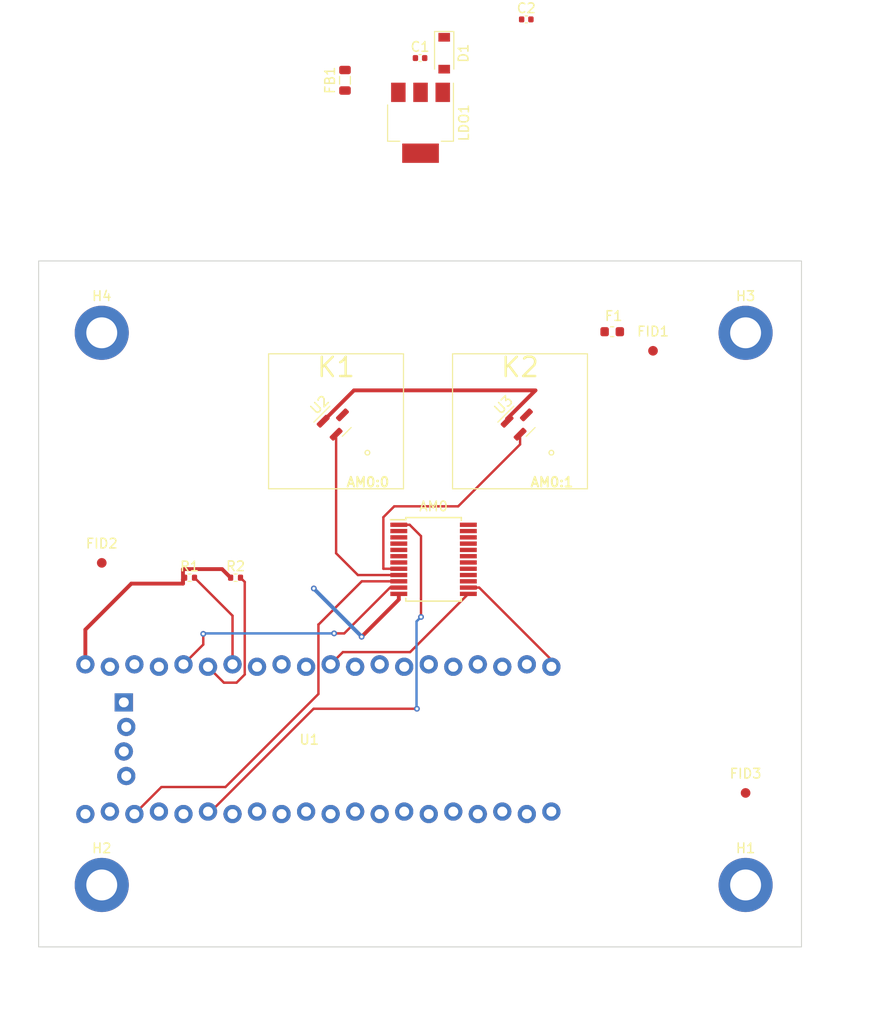
<source format=kicad_pcb>
(kicad_pcb (version 20211014) (generator pcbnew)
  (layers (0 "F.Cu" signal) (31 "B.Cu" signal) (34 "B.Paste" user) (35 "F.Paste" user) (36 "B.SilkS" user "B.Silkscreen") (37 "F.SilkS" user "F.Silkscreen") (38 "B.Mask" user) (39 "F.Mask" user) (44 "Edge.Cuts" user))
  (net 0 "")
  (net 1 "AM0")
  (net 2 "GND")
  (net 3 "AM0:1")
  (net 4 "AM0:0")
  (net 5 "SELECT0")
  (net 6 "SELECT1")
  (net 7 "SELECT3")
  (net 8 "SELECT2")
  (net 9 "+3.3VA")
  (net 10 "+3.3V_QWIIC")
  (net 11 "PB6_SCL1")
  (net 12 "PB7_SDA1")
  (net 13 "PB13_SCK2")
  (net 14 "PB14_MISO2")
  (net 15 "PB15_MOSI2")
  (net 16 "PA8_DISP_DATA")
  (net 17 "USART1_TX")
  (net 18 "USART1_RX")
  (net 19 "USB_D-")
  (net 20 "USB_D+")
  (net 21 "PB3_DISP_SCK")
  (net 22 "PB4_DISP_CS")
  (net 23 "RGBLED")
  (net 24 "FLASH_CS")
  (net 29 "NRST")
  (net 30 "AM1")
  (net 31 "AM2")
  (net 32 "AM3")
  (net 33 "AM4")
  (net 34 "PA5_SCK1")
  (net 35 "PA6_MISO1")
  (net 36 "PA7_MOSI1")
  (net 37 "PB0_ADC8")
  (net 38 "PB1_ADC9_BUZZ")
  (net 40 "PWR_SENSE")
  (net 42 "+5V")
  (net 43 "SWD_3.3V")
  (net 44 "SWDIO")
  (net 45 "SWCLK")
  (net 46 "Net-(C1-Pad1)")
  (net 47 "+3V3")
  (net 48 "Net-(D1-Pad1)")
  (net 49 "Net-(F1-Pad2)")
  (footprint "Resistor_SMD:R_0402_1005Metric" (layer "F.Cu") (at 123.395 96.78475)
    (fp_text reference "R2" (at 0.0025 -1.185) (layer "F.SilkS"))
    (fp_text value "2k2")
    (fp_line (start -0.153641 -0.38) (end 0.153641 -0.38) (layer "F.SilkS") (width 0.12))
    (fp_line (start -0.153641 0.38) (end 0.153641 0.38) (layer "F.SilkS") (width 0.12))
    (pad "1" smd roundrect (at -0.51 0) (size 0.54 0.64) (layers "F.Cu" "F.Paste" "F.Mask") (net 10 "+3.3V_QWIIC"))
    (pad "2" smd roundrect (at 0.51 0) (size 0.54 0.64) (layers "F.Cu" "F.Paste" "F.Mask") (net 12 "PB7_SDA1"))
  )
  (footprint "kicad_blackpill:BlackPill_STLINK" (layer "F.Cu") (at 131 113.5 -90)
    (fp_text reference "U1" (at 0.05 -0.025) (layer "F.SilkS"))
    (fp_text value "BlackPill_STLINK")
    (pad "1" thru_hole circle (at -7.493 -25.1 180) (size 1.8796 1.8796) (drill 1.016) (layers *.Cu *.Mask) (net 8 "SELECT2"))
    (pad "2" thru_hole circle (at -7.747 -22.56 180) (size 1.8796 1.8796) (drill 1.016) (layers *.Cu *.Mask) (net 13 "PB13_SCK2"))
    (pad "3" thru_hole circle (at -7.493 -20.02 180) (size 1.8796 1.8796) (drill 1.016) (layers *.Cu *.Mask) (net 14 "PB14_MISO2"))
    (pad "4" thru_hole circle (at -7.747 -17.48 180) (size 1.8796 1.8796) (drill 1.016) (layers *.Cu *.Mask) (net 15 "PB15_MOSI2"))
    (pad "5" thru_hole circle (at -7.493 -14.94 180) (size 1.8796 1.8796) (drill 1.016) (layers *.Cu *.Mask) (net 16 "PA8_DISP_DATA"))
    (pad "6" thru_hole circle (at -7.747 -12.4 180) (size 1.8796 1.8796) (drill 1.016) (layers *.Cu *.Mask) (net 17 "USART1_TX"))
    (pad "7" thru_hole circle (at -7.493 -9.86 180) (size 1.8796 1.8796) (drill 1.016) (layers *.Cu *.Mask) (net 18 "USART1_RX"))
    (pad "8" thru_hole circle (at -7.747 -7.32 180) (size 1.8796 1.8796) (drill 1.016) (layers *.Cu *.Mask) (net 19 "USB_D-"))
    (pad "9" thru_hole circle (at -7.493 -4.78 180) (size 1.8796 1.8796) (drill 1.016) (layers *.Cu *.Mask) (net 20 "USB_D+"))
    (pad "10" thru_hole circle (at -7.747 -2.24 180) (size 1.8796 1.8796) (drill 1.016) (layers *.Cu *.Mask) (net 7 "SELECT3"))
    (pad "11" thru_hole circle (at -7.493 0.3 180) (size 1.8796 1.8796) (drill 1.016) (layers *.Cu *.Mask) (net 21 "PB3_DISP_SCK"))
    (pad "12" thru_hole circle (at -7.747 2.84 180) (size 1.8796 1.8796) (drill 1.016) (layers *.Cu *.Mask) (net 22 "PB4_DISP_CS"))
    (pad "13" thru_hole circle (at -7.493 5.38 180) (size 1.8796 1.8796) (drill 1.016) (layers *.Cu *.Mask) (net 23 "RGBLED"))
    (pad "14" thru_hole circle (at -7.747 7.92 180) (size 1.8796 1.8796) (drill 1.016) (layers *.Cu *.Mask) (net 11 "PB6_SCL1"))
    (pad "15" thru_hole circle (at -7.493 10.46 180) (size 1.8796 1.8796) (drill 1.016) (layers *.Cu *.Mask) (net 12 "PB7_SDA1"))
    (pad "16" thru_hole circle (at -7.747 13 180) (size 1.8796 1.8796) (drill 1.016) (layers *.Cu *.Mask) (net 6 "SELECT1"))
    (pad "17" thru_hole circle (at -7.493 15.54 180) (size 1.8796 1.8796) (drill 1.016) (layers *.Cu *.Mask) (net 24 "FLASH_CS"))
    (pad "18" thru_hole circle (at -7.747 18.08 180) (size 1.8796 1.8796) (drill 1.016) (layers *.Cu *.Mask))
    (pad "19" thru_hole circle (at -7.493 20.62 180) (size 1.8796 1.8796) (drill 1.016) (layers *.Cu *.Mask) (net 2 "GND"))
    (pad "20" thru_hole circle (at -7.747 23.16 180) (size 1.8796 1.8796) (drill 1.016) (layers *.Cu *.Mask) (net 10 "+3.3V_QWIIC"))
    (pad "21" thru_hole circle (at 7.747 23.16) (size 1.8796 1.8796) (drill 1.016) (layers *.Cu *.Mask))
    (pad "22" thru_hole circle (at 7.493 20.62) (size 1.8796 1.8796) (drill 1.016) (layers *.Cu *.Mask))
    (pad "23" thru_hole circle (at 7.747 18.08) (size 1.8796 1.8796) (drill 1.016) (layers *.Cu *.Mask) (net 5 "SELECT0"))
    (pad "24" thru_hole circle (at 7.493 15.54) (size 1.8796 1.8796) (drill 1.016) (layers *.Cu *.Mask))
    (pad "25" thru_hole circle (at 7.747 13) (size 1.8796 1.8796) (drill 1.016) (layers *.Cu *.Mask) (net 29 "NRST"))
    (pad "26" thru_hole circle (at 7.493 10.46) (size 1.8796 1.8796) (drill 1.016) (layers *.Cu *.Mask) (net 1 "AM0"))
    (pad "27" thru_hole circle (at 7.747 7.92) (size 1.8796 1.8796) (drill 1.016) (layers *.Cu *.Mask) (net 30 "AM1"))
    (pad "28" thru_hole circle (at 7.493 5.38) (size 1.8796 1.8796) (drill 1.016) (layers *.Cu *.Mask) (net 31 "AM2"))
    (pad "29" thru_hole circle (at 7.747 2.84) (size 1.8796 1.8796) (drill 1.016) (layers *.Cu *.Mask) (net 32 "AM3"))
    (pad "30" thru_hole circle (at 7.493 0.3) (size 1.8796 1.8796) (drill 1.016) (layers *.Cu *.Mask) (net 33 "AM4"))
    (pad "31" thru_hole circle (at 7.747 -2.24) (size 1.8796 1.8796) (drill 1.016) (layers *.Cu *.Mask) (net 34 "PA5_SCK1"))
    (pad "32" thru_hole circle (at 7.493 -4.78) (size 1.8796 1.8796) (drill 1.016) (layers *.Cu *.Mask) (net 35 "PA6_MISO1"))
    (pad "33" thru_hole circle (at 7.747 -7.32) (size 1.8796 1.8796) (drill 1.016) (layers *.Cu *.Mask) (net 36 "PA7_MOSI1"))
    (pad "34" thru_hole circle (at 7.493 -9.86) (size 1.8796 1.8796) (drill 1.016) (layers *.Cu *.Mask) (net 37 "PB0_ADC8"))
    (pad "35" thru_hole circle (at 7.747 -12.4) (size 1.8796 1.8796) (drill 1.016) (layers *.Cu *.Mask) (net 38 "PB1_ADC9_BUZZ"))
    (pad "36" thru_hole circle (at 7.493 -14.94) (size 1.8796 1.8796) (drill 1.016) (layers *.Cu *.Mask))
    (pad "37" thru_hole circle (at 7.747 -17.48) (size 1.8796 1.8796) (drill 1.016) (layers *.Cu *.Mask) (net 40 "PWR_SENSE"))
    (pad "38" thru_hole circle (at 7.493 -20.02) (size 1.8796 1.8796) (drill 1.016) (layers *.Cu *.Mask))
    (pad "39" thru_hole circle (at 7.747 -22.56) (size 1.8796 1.8796) (drill 1.016) (layers *.Cu *.Mask) (net 2 "GND"))
    (pad "40" thru_hole circle (at 7.493 -25.1) (size 1.8796 1.8796) (drill 1.016) (layers *.Cu *.Mask) (net 42 "+5V"))
    (pad "41" thru_hole rect (at -3.81 19.177) (size 1.8796 1.8796) (drill 1.016) (layers *.Cu *.Mask) (net 43 "SWD_3.3V"))
    (pad "42" thru_hole circle (at -1.27 18.923) (size 1.8796 1.8796) (drill 1.016) (layers *.Cu *.Mask) (net 44 "SWDIO"))
    (pad "43" thru_hole circle (at 1.27 19.177) (size 1.8796 1.8796) (drill 1.016) (layers *.Cu *.Mask) (net 45 "SWCLK"))
    (pad "44" thru_hole circle (at 3.81 18.923) (size 1.8796 1.8796) (drill 1.016) (layers *.Cu *.Mask) (net 2 "GND"))
  )
  (footprint "MountingHole:MountingHole_3.2mm_M3_DIN965_Pad" (layer "F.Cu") (at 109.5375 128.5875)
    (fp_text reference "H2" (at 0 -3.8) (layer "F.SilkS"))
    (fp_text value "MountingHole")
    (pad "1" thru_hole circle (at 0 0) (size 5.6 5.6) (drill 3.2) (layers *.Cu *.Mask))
  )
  (footprint "Capacitor_SMD:C_0402_1005Metric" (layer "F.Cu") (at 142.5 43)
    (fp_text reference "C1" (at 0 -1.16) (layer "F.SilkS"))
    (fp_text value "10u")
    (fp_line (start -0.107836 0.36) (end 0.107836 0.36) (layer "F.SilkS") (width 0.12))
    (fp_line (start -0.107836 -0.36) (end 0.107836 -0.36) (layer "F.SilkS") (width 0.12))
    (pad "1" smd roundrect (at -0.48 0) (size 0.56 0.62) (layers "F.Cu" "F.Paste" "F.Mask") (net 46 "Net-(C1-Pad1)"))
    (pad "2" smd roundrect (at 0.48 0) (size 0.56 0.62) (layers "F.Cu" "F.Paste" "F.Mask") (net 2 "GND"))
  )
  (footprint "Fiducial:Fiducial_1mm_Mask2mm" (layer "F.Cu") (at 176.2125 119.0625)
    (fp_text reference "FID3" (at 0 -2) (layer "F.SilkS"))
    (fp_text value "Fiducial")
    (pad "" smd circle (at 0 0) (size 1 1) (layers "F.Cu" "F.Mask") (clearance 0.5))
  )
  (footprint "Resistor_SMD:R_0402_1005Metric" (layer "F.Cu") (at 118.6325 96.78475)
    (fp_text reference "R1" (at 0 -1.17) (layer "F.SilkS"))
    (fp_text value "2k2")
    (fp_line (start -0.153641 -0.38) (end 0.153641 -0.38) (layer "F.SilkS") (width 0.12))
    (fp_line (start -0.153641 0.38) (end 0.153641 0.38) (layer "F.SilkS") (width 0.12))
    (pad "1" smd roundrect (at -0.51 0) (size 0.54 0.64) (layers "F.Cu" "F.Paste" "F.Mask") (net 10 "+3.3V_QWIIC"))
    (pad "2" smd roundrect (at 0.51 0) (size 0.54 0.64) (layers "F.Cu" "F.Paste" "F.Mask") (net 11 "PB6_SCL1"))
  )
  (footprint "voidswitch:VoidSwitch_1u_SMD" (layer "F.Cu") (at 152.85 80.59725)
    (fp_text reference "AM0:1" (at 3.3 6.3) (layer "F.SilkS") (effects (font (thickness 0.2))))
    (fp_text value "K2")
    (fp_text user "${VALUE}" (at 0 -5.6) (layer "F.SilkS") (effects (font (size 2 2) (thickness 0.25))))
    (fp_line (start 6.985 -6.985) (end 6.985 6.985) (layer "F.SilkS") (width 0.12))
    (fp_line (start 6.985 6.985) (end -6.985 6.985) (layer "F.SilkS") (width 0.12))
    (fp_line (start -6.985 6.985) (end -6.985 -6.985) (layer "F.SilkS") (width 0.12))
    (fp_line (start -6.985 -6.985) (end 6.985 -6.985) (layer "F.SilkS") (width 0.12))
    (fp_circle (center 3.25 3.25) (end 3.493778 3.25) (layer "F.SilkS") (width 0.125) (fill none))
  )
  (footprint "Inductor_SMD:L_0805_2012Metric" (layer "F.Cu") (at 134.725 45.3 90)
    (fp_text reference "FB1" (at 0 -1.55 90) (layer "F.SilkS"))
    (fp_text value "100 @ 100 MHz")
    (fp_line (start -0.399622 0.56) (end 0.399622 0.56) (layer "F.SilkS") (width 0.12))
    (fp_line (start -0.399622 -0.56) (end 0.399622 -0.56) (layer "F.SilkS") (width 0.12))
    (pad "1" smd roundrect (at -1.0625 0 90) (size 0.875 1.2) (layers "F.Cu" "F.Paste" "F.Mask") (net 46 "Net-(C1-Pad1)"))
    (pad "2" smd roundrect (at 1.0625 0 90) (size 0.875 1.2) (layers "F.Cu" "F.Paste" "F.Mask") (net 49 "Net-(F1-Pad2)"))
  )
  (footprint "MountingHole:MountingHole_3.2mm_M3_DIN965_Pad" (layer "F.Cu") (at 176.2125 128.5875)
    (fp_text reference "H1" (at 0 -3.8) (layer "F.SilkS"))
    (fp_text value "MountingHole")
    (pad "1" thru_hole circle (at 0 0) (size 5.6 5.6) (drill 3.2) (layers *.Cu *.Mask))
  )
  (footprint "Diode_SMD:D_SOD-123" (layer "F.Cu") (at 145 42.5 -90)
    (fp_text reference "D1" (at 0 -2 90) (layer "F.SilkS"))
    (fp_text value "B5819W")
    (fp_line (start -2.25 -1) (end 1.65 -1) (layer "F.SilkS") (width 0.12))
    (fp_line (start -2.25 -1) (end -2.25 1) (layer "F.SilkS") (width 0.12))
    (fp_line (start -2.25 1) (end 1.65 1) (layer "F.SilkS") (width 0.12))
    (pad "1" smd rect (at -1.65 0 270) (size 0.9 1.2) (layers "F.Cu" "F.Paste" "F.Mask") (net 48 "Net-(D1-Pad1)"))
    (pad "2" smd rect (at 1.65 0 270) (size 0.9 1.2) (layers "F.Cu" "F.Paste" "F.Mask") (net 42 "+5V"))
  )
  (footprint "Package_TO_SOT_SMD:SOT-23" (layer "F.Cu") (at 152.85 80.59725 45)
    (fp_text reference "U3" (at 0 -2.4 45) (layer "F.SilkS"))
    (fp_text value "Hall_Sensor")
    (fp_line (start 0 -1.56) (end 0.65 -1.56) (layer "F.SilkS") (width 0.12))
    (fp_line (start 0 1.56) (end 0.65 1.56) (layer "F.SilkS") (width 0.12))
    (fp_line (start 0 1.56) (end -0.65 1.56) (layer "F.SilkS") (width 0.12))
    (fp_line (start 0 -1.56) (end -1.675 -1.56) (layer "F.SilkS") (width 0.12))
    (pad "1" smd roundrect (at -0.9375 -0.95 45) (size 1.475 0.6) (layers "F.Cu" "F.Paste" "F.Mask") (net 9 "+3.3VA"))
    (pad "2" smd roundrect (at -0.9375 0.95 45) (size 1.475 0.6) (layers "F.Cu" "F.Paste" "F.Mask") (net 3 "AM0:1"))
    (pad "3" smd roundrect (at 0.9375 0 45) (size 1.475 0.6) (layers "F.Cu" "F.Paste" "F.Mask") (net 2 "GND"))
  )
  (footprint "MountingHole:MountingHole_3.2mm_M3_DIN965_Pad" (layer "F.Cu") (at 176.2125 71.4375)
    (fp_text reference "H3" (at 0 -3.8) (layer "F.SilkS"))
    (fp_text value "MountingHole")
    (pad "1" thru_hole circle (at 0 0) (size 5.6 5.6) (drill 3.2) (layers *.Cu *.Mask))
  )
  (footprint "kicad_blackpill:BlackPill_STLINK" (layer "F.Cu") (at 131 113.5 -90)
    (fp_text reference "U1" (at 0.05 -0.025) (layer "F.SilkS"))
    (fp_text value "BlackPill_STLINK")
    (pad "1" thru_hole circle (at -7.493 -25.1 180) (size 1.8796 1.8796) (drill 1.016) (layers *.Cu *.Mask) (net 8 "SELECT2"))
    (pad "2" thru_hole circle (at -7.747 -22.56 180) (size 1.8796 1.8796) (drill 1.016) (layers *.Cu *.Mask) (net 13 "PB13_SCK2"))
    (pad "3" thru_hole circle (at -7.493 -20.02 180) (size 1.8796 1.8796) (drill 1.016) (layers *.Cu *.Mask) (net 14 "PB14_MISO2"))
    (pad "4" thru_hole circle (at -7.747 -17.48 180) (size 1.8796 1.8796) (drill 1.016) (layers *.Cu *.Mask) (net 15 "PB15_MOSI2"))
    (pad "5" thru_hole circle (at -7.493 -14.94 180) (size 1.8796 1.8796) (drill 1.016) (layers *.Cu *.Mask) (net 16 "PA8_DISP_DATA"))
    (pad "6" thru_hole circle (at -7.747 -12.4 180) (size 1.8796 1.8796) (drill 1.016) (layers *.Cu *.Mask) (net 17 "USART1_TX"))
    (pad "7" thru_hole circle (at -7.493 -9.86 180) (size 1.8796 1.8796) (drill 1.016) (layers *.Cu *.Mask) (net 18 "USART1_RX"))
    (pad "8" thru_hole circle (at -7.747 -7.32 180) (size 1.8796 1.8796) (drill 1.016) (layers *.Cu *.Mask) (net 19 "USB_D-"))
    (pad "9" thru_hole circle (at -7.493 -4.78 180) (size 1.8796 1.8796) (drill 1.016) (layers *.Cu *.Mask) (net 20 "USB_D+"))
    (pad "10" thru_hole circle (at -7.747 -2.24 180) (size 1.8796 1.8796) (drill 1.016) (layers *.Cu *.Mask) (net 7 "SELECT3"))
    (pad "11" thru_hole circle (at -7.493 0.3 180) (size 1.8796 1.8796) (drill 1.016) (layers *.Cu *.Mask) (net 21 "PB3_DISP_SCK"))
    (pad "12" thru_hole circle (at -7.747 2.84 180) (size 1.8796 1.8796) (drill 1.016) (layers *.Cu *.Mask) (net 22 "PB4_DISP_CS"))
    (pad "13" thru_hole circle (at -7.493 5.38 180) (size 1.8796 1.8796) (drill 1.016) (layers *.Cu *.Mask) (net 23 "RGBLED"))
    (pad "14" thru_hole circle (at -7.747 7.92 180) (size 1.8796 1.8796) (drill 1.016) (layers *.Cu *.Mask) (net 11 "PB6_SCL1"))
    (pad "15" thru_hole circle (at -7.493 10.46 180) (size 1.8796 1.8796) (drill 1.016) (layers *.Cu *.Mask) (net 12 "PB7_SDA1"))
    (pad "16" thru_hole circle (at -7.747 13 180) (size 1.8796 1.8796) (drill 1.016) (layers *.Cu *.Mask) (net 6 "SELECT1"))
    (pad "17" thru_hole circle (at -7.493 15.54 180) (size 1.8796 1.8796) (drill 1.016) (layers *.Cu *.Mask) (net 24 "FLASH_CS"))
    (pad "18" thru_hole circle (at -7.747 18.08 180) (size 1.8796 1.8796) (drill 1.016) (layers *.Cu *.Mask))
    (pad "19" thru_hole circle (at -7.493 20.62 180) (size 1.8796 1.8796) (drill 1.016) (layers *.Cu *.Mask) (net 2 "GND"))
    (pad "20" thru_hole circle (at -7.747 23.16 180) (size 1.8796 1.8796) (drill 1.016) (layers *.Cu *.Mask) (net 10 "+3.3V_QWIIC"))
    (pad "21" thru_hole circle (at 7.747 23.16) (size 1.8796 1.8796) (drill 1.016) (layers *.Cu *.Mask))
    (pad "22" thru_hole circle (at 7.493 20.62) (size 1.8796 1.8796) (drill 1.016) (layers *.Cu *.Mask))
    (pad "23" thru_hole circle (at 7.747 18.08) (size 1.8796 1.8796) (drill 1.016) (layers *.Cu *.Mask) (net 5 "SELECT0"))
    (pad "24" thru_hole circle (at 7.493 15.54) (size 1.8796 1.8796) (drill 1.016) (layers *.Cu *.Mask))
    (pad "25" thru_hole circle (at 7.747 13) (size 1.8796 1.8796) (drill 1.016) (layers *.Cu *.Mask) (net 29 "NRST"))
    (pad "26" thru_hole circle (at 7.493 10.46) (size 1.8796 1.8796) (drill 1.016) (layers *.Cu *.Mask) (net 1 "AM0"))
    (pad "27" thru_hole circle (at 7.747 7.92) (size 1.8796 1.8796) (drill 1.016) (layers *.Cu *.Mask) (net 30 "AM1"))
    (pad "28" thru_hole circle (at 7.493 5.38) (size 1.8796 1.8796) (drill 1.016) (layers *.Cu *.Mask) (net 31 "AM2"))
    (pad "29" thru_hole circle (at 7.747 2.84) (size 1.8796 1.8796) (drill 1.016) (layers *.Cu *.Mask) (net 32 "AM3"))
    (pad "30" thru_hole circle (at 7.493 0.3) (size 1.8796 1.8796) (drill 1.016) (layers *.Cu *.Mask) (net 33 "AM4"))
    (pad "31" thru_hole circle (at 7.747 -2.24) (size 1.8796 1.8796) (drill 1.016) (layers *.Cu *.Mask) (net 34 "PA5_SCK1"))
    (pad "32" thru_hole circle (at 7.493 -4.78) (size 1.8796 1.8796) (drill 1.016) (layers *.Cu *.Mask) (net 35 "PA6_MISO1"))
    (pad "33" thru_hole circle (at 7.747 -7.32) (size 1.8796 1.8796) (drill 1.016) (layers *.Cu *.Mask) (net 36 "PA7_MOSI1"))
    (pad "34" thru_hole circle (at 7.493 -9.86) (size 1.8796 1.8796) (drill 1.016) (layers *.Cu *.Mask) (net 37 "PB0_ADC8"))
    (pad "35" thru_hole circle (at 7.747 -12.4) (size 1.8796 1.8796) (drill 1.016) (layers *.Cu *.Mask) (net 38 "PB1_ADC9_BUZZ"))
    (pad "36" thru_hole circle (at 7.493 -14.94) (size 1.8796 1.8796) (drill 1.016) (layers *.Cu *.Mask))
    (pad "37" thru_hole circle (at 7.747 -17.48) (size 1.8796 1.8796) (drill 1.016) (layers *.Cu *.Mask) (net 40 "PWR_SENSE"))
    (pad "38" thru_hole circle (at 7.493 -20.02) (size 1.8796 1.8796) (drill 1.016) (layers *.Cu *.Mask))
    (pad "39" thru_hole circle (at 7.747 -22.56) (size 1.8796 1.8796) (drill 1.016) (layers *.Cu *.Mask) (net 2 "GND"))
    (pad "40" thru_hole circle (at 7.493 -25.1) (size 1.8796 1.8796) (drill 1.016) (layers *.Cu *.Mask) (net 42 "+5V"))
    (pad "41" thru_hole rect (at -3.81 19.177) (size 1.8796 1.8796) (drill 1.016) (layers *.Cu *.Mask) (net 43 "SWD_3.3V"))
    (pad "42" thru_hole circle (at -1.27 18.923) (size 1.8796 1.8796) (drill 1.016) (layers *.Cu *.Mask) (net 44 "SWDIO"))
    (pad "43" thru_hole circle (at 1.27 19.177) (size 1.8796 1.8796) (drill 1.016) (layers *.Cu *.Mask) (net 45 "SWCLK"))
    (pad "44" thru_hole circle (at 3.81 18.923) (size 1.8796 1.8796) (drill 1.016) (layers *.Cu *.Mask) (net 2 "GND"))
  )
  (footprint "Package_SO:SSOP-24_5.3x8.2mm_P0.65mm" (layer "F.Cu") (at 143.9 94.88475)
    (fp_text reference "AM0" (at 0 -5.4875) (layer "F.SilkS"))
    (fp_text value "CD74HC4067SM")
    (fp_line (start -2.875 4.325) (end -2.875 4.025) (layer "F.SilkS") (width 0.15))
    (fp_line (start -2.875 -4.1) (end -4.475 -4.1) (layer "F.SilkS") (width 0.15))
    (fp_line (start 2.875 4.325) (end 2.875 4.025) (layer "F.SilkS") (width 0.15))
    (fp_line (start -2.875 4.325) (end 2.875 4.325) (layer "F.SilkS") (width 0.15))
    (fp_line (start 2.875 -4.325) (end 2.875 -4.025) (layer "F.SilkS") (width 0.15))
    (fp_line (start -2.875 -4.325) (end -2.875 -4.1) (layer "F.SilkS") (width 0.15))
    (fp_line (start -2.875 -4.325) (end 2.875 -4.325) (layer "F.SilkS") (width 0.15))
    (pad "1" smd rect (at -3.6 -3.575) (size 1.75 0.45) (layers "F.Cu" "F.Paste" "F.Mask") (net 1 "AM0"))
    (pad "2" smd rect (at -3.6 -2.925) (size 1.75 0.45) (layers "F.Cu" "F.Paste" "F.Mask") (net 2 "GND"))
    (pad "3" smd rect (at -3.6 -2.275) (size 1.75 0.45) (layers "F.Cu" "F.Paste" "F.Mask") (net 2 "GND"))
    (pad "4" smd rect (at -3.6 -1.625) (size 1.75 0.45) (layers "F.Cu" "F.Paste" "F.Mask") (net 2 "GND"))
    (pad "5" smd rect (at -3.6 -0.975) (size 1.75 0.45) (layers "F.Cu" "F.Paste" "F.Mask") (net 2 "GND"))
    (pad "6" smd rect (at -3.6 -0.325) (size 1.75 0.45) (layers "F.Cu" "F.Paste" "F.Mask") (net 2 "GND"))
    (pad "7" smd rect (at -3.6 0.325) (size 1.75 0.45) (layers "F.Cu" "F.Paste" "F.Mask") (net 2 "GND"))
    (pad "8" smd rect (at -3.6 0.975) (size 1.75 0.45) (layers "F.Cu" "F.Paste" "F.Mask") (net 3 "AM0:1"))
    (pad "9" smd rect (at -3.6 1.625) (size 1.75 0.45) (layers "F.Cu" "F.Paste" "F.Mask") (net 4 "AM0:0"))
    (pad "10" smd rect (at -3.6 2.275) (size 1.75 0.45) (layers "F.Cu" "F.Paste" "F.Mask") (net 5 "SELECT0"))
    (pad "11" smd rect (at -3.6 2.925) (size 1.75 0.45) (layers "F.Cu" "F.Paste" "F.Mask") (net 6 "SELECT1"))
    (pad "12" smd rect (at -3.6 3.575) (size 1.75 0.45) (layers "F.Cu" "F.Paste" "F.Mask") (net 2 "GND"))
    (pad "13" smd rect (at 3.6 3.575) (size 1.75 0.45) (layers "F.Cu" "F.Paste" "F.Mask") (net 7 "SELECT3"))
    (pad "14" smd rect (at 3.6 2.925) (size 1.75 0.45) (layers "F.Cu" "F.Paste" "F.Mask") (net 8 "SELECT2"))
    (pad "15" smd rect (at 3.6 2.275) (size 1.75 0.45) (layers "F.Cu" "F.Paste" "F.Mask") (net 2 "GND"))
    (pad "16" smd rect (at 3.6 1.625) (size 1.75 0.45) (layers "F.Cu" "F.Paste" "F.Mask") (net 2 "GND"))
    (pad "17" smd rect (at 3.6 0.975) (size 1.75 0.45) (layers "F.Cu" "F.Paste" "F.Mask") (net 2 "GND"))
    (pad "18" smd rect (at 3.6 0.325) (size 1.75 0.45) (layers "F.Cu" "F.Paste" "F.Mask") (net 2 "GND"))
    (pad "19" smd rect (at 3.6 -0.325) (size 1.75 0.45) (layers "F.Cu" "F.Paste" "F.Mask") (net 2 "GND"))
    (pad "20" smd rect (at 3.6 -0.975) (size 1.75 0.45) (layers "F.Cu" "F.Paste" "F.Mask") (net 2 "GND"))
    (pad "21" smd rect (at 3.6 -1.625) (size 1.75 0.45) (layers "F.Cu" "F.Paste" "F.Mask") (net 2 "GND"))
    (pad "22" smd rect (at 3.6 -2.275) (size 1.75 0.45) (layers "F.Cu" "F.Paste" "F.Mask") (net 2 "GND"))
    (pad "23" smd rect (at 3.6 -2.925) (size 1.75 0.45) (layers "F.Cu" "F.Paste" "F.Mask") (net 2 "GND"))
    (pad "24" smd rect (at 3.6 -3.575) (size 1.75 0.45) (layers "F.Cu" "F.Paste" "F.Mask") (net 9 "+3.3VA"))
  )
  (footprint "Fiducial:Fiducial_1mm_Mask2mm" (layer "F.Cu") (at 109.5375 95.25)
    (fp_text reference "FID2" (at 0 -2) (layer "F.SilkS"))
    (fp_text value "Fiducial")
    (pad "" smd circle (at 0 0) (size 1 1) (layers "F.Cu" "F.Mask") (clearance 0.5))
  )
  (footprint "Capacitor_SMD:C_0402_1005Metric" (layer "F.Cu") (at 153.5 39)
    (fp_text reference "C2" (at 0 -1.16) (layer "F.SilkS"))
    (fp_text value "10u")
    (fp_line (start -0.107836 -0.36) (end 0.107836 -0.36) (layer "F.SilkS") (width 0.12))
    (fp_line (start -0.107836 0.36) (end 0.107836 0.36) (layer "F.SilkS") (width 0.12))
    (pad "1" smd roundrect (at -0.48 0) (size 0.56 0.62) (layers "F.Cu" "F.Paste" "F.Mask") (net 47 "+3V3"))
    (pad "2" smd roundrect (at 0.48 0) (size 0.56 0.62) (layers "F.Cu" "F.Paste" "F.Mask") (net 2 "GND"))
  )
  (footprint "MountingHole:MountingHole_3.2mm_M3_DIN965_Pad" (layer "F.Cu") (at 109.5375 71.4375)
    (fp_text reference "H4" (at 0 -3.8) (layer "F.SilkS"))
    (fp_text value "MountingHole")
    (pad "1" thru_hole circle (at 0 0) (size 5.6 5.6) (drill 3.2) (layers *.Cu *.Mask))
  )
  (footprint "Fiducial:Fiducial_1mm_Mask2mm" (layer "F.Cu") (at 166.625 73.3)
    (fp_text reference "FID1" (at 0 -2) (layer "F.SilkS"))
    (fp_text value "Fiducial")
    (pad "" smd circle (at 0 0) (size 1 1) (layers "F.Cu" "F.Mask") (clearance 0.5))
  )
  (footprint "Package_TO_SOT_SMD:SOT-223-3_TabPin2" (layer "F.Cu") (at 142.55 49.7 -90)
    (fp_text reference "LDO1" (at 0 -4.5 90) (layer "F.SilkS"))
    (fp_text value "AMS1117-3.3")
    (fp_line (start 1.91 3.41) (end 1.91 2.15) (layer "F.SilkS") (width 0.12))
    (fp_line (start -4.1 -3.41) (end 1.91 -3.41) (layer "F.SilkS") (width 0.12))
    (fp_line (start -1.85 3.41) (end 1.91 3.41) (layer "F.SilkS") (width 0.12))
    (fp_line (start 1.91 -3.41) (end 1.91 -2.15) (layer "F.SilkS") (width 0.12))
    (pad "1" smd rect (at -3.15 -2.3 270) (size 2 1.5) (layers "F.Cu" "F.Paste" "F.Mask") (net 2 "GND"))
    (pad "2" smd rect (at 3.15 0 270) (size 2 3.8) (layers "F.Cu" "F.Paste" "F.Mask") (net 47 "+3V3"))
    (pad "2" smd rect (at -3.15 0 270) (size 2 1.5) (layers "F.Cu" "F.Paste" "F.Mask") (net 47 "+3V3"))
    (pad "3" smd rect (at -3.15 2.3 270) (size 2 1.5) (layers "F.Cu" "F.Paste" "F.Mask") (net 46 "Net-(C1-Pad1)"))
  )
  (footprint "voidswitch:VoidSwitch_1u_SMD" (layer "F.Cu") (at 133.8 80.59725)
    (fp_text reference "AM0:0" (at 3.3 6.3) (layer "F.SilkS") (effects (font (thickness 0.2))))
    (fp_text value "K1")
    (fp_text user "${VALUE}" (at 0 -5.6) (layer "F.SilkS") (effects (font (size 2 2) (thickness 0.25))))
    (fp_line (start 6.985 6.985) (end -6.985 6.985) (layer "F.SilkS") (width 0.12))
    (fp_line (start -6.985 6.985) (end -6.985 -6.985) (layer "F.SilkS") (width 0.12))
    (fp_line (start 6.985 -6.985) (end 6.985 6.985) (layer "F.SilkS") (width 0.12))
    (fp_line (start -6.985 -6.985) (end 6.985 -6.985) (layer "F.SilkS") (width 0.12))
    (fp_circle (center 3.25 3.25) (end 3.493778 3.25) (layer "F.SilkS") (width 0.125) (fill none))
  )
  (footprint "Fuse:Fuse_0603_1608Metric" (layer "F.Cu") (at 162.4 71.325)
    (fp_text reference "F1" (at 0.15 -1.625) (layer "F.SilkS"))
    (fp_text value "500mA")
    (fp_line (start -0.162779 0.51) (end 0.162779 0.51) (layer "F.SilkS") (width 0.12))
    (fp_line (start -0.162779 -0.51) (end 0.162779 -0.51) (layer "F.SilkS") (width 0.12))
    (pad "1" smd roundrect (at -0.7875 0) (size 0.875 0.95) (layers "F.Cu" "F.Paste" "F.Mask") (net 48 "Net-(D1-Pad1)"))
    (pad "2" smd roundrect (at 0.7875 0) (size 0.875 0.95) (layers "F.Cu" "F.Paste" "F.Mask") (net 49 "Net-(F1-Pad2)"))
  )
  (footprint "Package_TO_SOT_SMD:SOT-23" (layer "F.Cu") (at 133.8 80.59725 45)
    (fp_text reference "U2" (at 0 -2.4 45) (layer "F.SilkS"))
    (fp_text value "Hall_Sensor")
    (fp_line (start 0 -1.56) (end 0.65 -1.56) (layer "F.SilkS") (width 0.12))
    (fp_line (start 0 1.56) (end 0.65 1.56) (layer "F.SilkS") (width 0.12))
    (fp_line (start 0 -1.56) (end -1.675 -1.56) (layer "F.SilkS") (width 0.12))
    (fp_line (start 0 1.56) (end -0.65 1.56) (layer "F.SilkS") (width 0.12))
    (pad "1" smd roundrect (at -0.9375 -0.95 45) (size 1.475 0.6) (layers "F.Cu" "F.Paste" "F.Mask") (net 9 "+3.3VA"))
    (pad "2" smd roundrect (at -0.9375 0.95 45) (size 1.475 0.6) (layers "F.Cu" "F.Paste" "F.Mask") (net 4 "AM0:0"))
    (pad "3" smd roundrect (at 0.9375 0 45) (size 1.475 0.6) (layers "F.Cu" "F.Paste" "F.Mask") (net 2 "GND"))
  )
  (gr_rect (start 182 64) (end 103 135) (layer "Edge.Cuts") (width 0.1) (fill none))
  (segment (start 142.6 92.48475) (end 142.6 98.925) (width 0.25) (layer "F.Cu") (net 1))
  (segment (start 141.425 91.30975) (end 142.6 92.48475) (width 0.25) (layer "F.Cu") (net 1))
  (segment (start 120.832 120.993) (end 120.54 120.993) (width 0.25) (layer "F.Cu") (net 1))
  (segment (start 142.6 98.925) (end 142.6 100.85) (width 0.25) (layer "F.Cu") (net 1))
  (segment (start 131.475 110.35) (end 120.832 120.993) (width 0.25) (layer "F.Cu") (net 1))
  (segment (start 140.3 91.30975) (end 141.425 91.30975) (width 0.25) (layer "F.Cu") (net 1))
  (segment (start 142.175 110.35) (end 131.475 110.35) (width 0.25) (layer "F.Cu") (net 1))
  (via (at 142.6 100.85) (size 0.6) (drill 0.3) (layers "F.Cu" "B.Cu") (net 1))
  (via (at 142.175 110.35) (size 0.6) (drill 0.3) (layers "F.Cu" "B.Cu") (net 1))
  (segment (start 142.1352 110.3102) (end 142.175 110.35) (width 0.25) (layer "B.Cu") (net 1))
  (segment (start 142.6 100.85) (end 142.1352 101.3148) (width 0.25) (layer "B.Cu") (net 1))
  (segment (start 142.1352 101.3148) (end 142.1352 110.3102) (width 0.25) (layer "B.Cu") (net 1))
  (segment (start 140.3 99.04725) (end 136.45 102.89725) (width 0.4) (layer "F.Cu") (net 2))
  (segment (start 140.3 98.45975) (end 140.3 99.04725) (width 0.4) (layer "F.Cu") (net 2))
  (via (at 136.45 102.89725) (size 0.6) (drill 0.3) (layers "F.Cu" "B.Cu") (net 2))
  (via (at 131.5 97.9) (size 0.6) (drill 0.3) (layers "F.Cu" "B.Cu") (net 2))
  (segment (start 131.5 97.925) (end 136.45 102.875) (width 0.4) (layer "B.Cu") (net 2))
  (segment (start 136.45 102.875) (end 136.45 102.89725) (width 0.4) (layer "B.Cu") (net 2))
  (segment (start 131.5 97.9) (end 131.5 97.925) (width 0.4) (layer "B.Cu") (net 2))
  (segment (start 138.7 90.525) (end 139.82775 89.39725) (width 0.25) (layer "F.Cu") (net 3))
  (segment (start 138.7 95.85975) (end 138.7 90.525) (width 0.25) (layer "F.Cu") (net 3))
  (segment (start 152.858839 82.988411) (end 152.858839 81.931914) (width 0.25) (layer "F.Cu") (net 3))
  (segment (start 139.82775 89.39725) (end 146.45 89.39725) (width 0.25) (layer "F.Cu") (net 3))
  (segment (start 146.45 89.39725) (end 152.858839 82.988411) (width 0.25) (layer "F.Cu") (net 3))
  (segment (start 140.3 95.85975) (end 138.7 95.85975) (width 0.25) (layer "F.Cu") (net 3))
  (segment (start 136.0625 96.50975) (end 133.808839 94.256089) (width 0.25) (layer "F.Cu") (net 4))
  (segment (start 133.808839 94.256089) (end 133.808839 81.931914) (width 0.25) (layer "F.Cu") (net 4))
  (segment (start 140.3 96.50975) (end 136.0625 96.50975) (width 0.25) (layer "F.Cu") (net 4))
  (segment (start 140.3 97.15975) (end 136.46525 97.15975) (width 0.25) (layer "F.Cu") (net 5))
  (segment (start 131.9752 101.6248) (end 131.9752 108.8248) (width 0.25) (layer "F.Cu") (net 5))
  (segment (start 131.9752 108.8248) (end 122.35 118.45) (width 0.25) (layer "F.Cu") (net 5))
  (segment (start 115.717 118.45) (end 112.92 121.247) (width 0.25) (layer "F.Cu") (net 5))
  (segment (start 132.0002 101.6248) (end 131.9752 101.6248) (width 0.25) (layer "F.Cu") (net 5))
  (segment (start 136.46525 97.15975) (end 132.0002 101.6248) (width 0.25) (layer "F.Cu") (net 5))
  (segment (start 122.35 118.45) (end 115.717 118.45) (width 0.25) (layer "F.Cu") (net 5))
  (segment (start 133.6 102.55) (end 134.65 102.55) (width 0.25) (layer "F.Cu") (net 6))
  (segment (start 120.05 103.703) (end 118 105.753) (width 0.25) (layer "F.Cu") (net 6))
  (segment (start 139.39025 97.80975) (end 140.3 97.80975) (width 0.25) (layer "F.Cu") (net 6))
  (segment (start 134.65 102.55) (end 139.39025 97.80975) (width 0.25) (layer "F.Cu") (net 6))
  (segment (start 120.05 102.6) (end 120.05 103.703) (width 0.25) (layer "F.Cu") (net 6))
  (via (at 133.6 102.55) (size 0.6) (drill 0.3) (layers "F.Cu" "B.Cu") (net 6))
  (via (at 120.05 102.6) (size 0.6) (drill 0.3) (layers "F.Cu" "B.Cu") (net 6))
  (segment (start 120.1 102.55) (end 120.05 102.6) (width 0.25) (layer "B.Cu") (net 6))
  (segment (start 133.6 102.55) (end 120.1 102.55) (width 0.25) (layer "B.Cu") (net 6))
  (segment (start 147.5 98.45975) (end 141.47155 104.4882) (width 0.25) (layer "F.Cu") (net 7))
  (segment (start 134.5048 104.4882) (end 133.24 105.753) (width 0.25) (layer "F.Cu") (net 7))
  (segment (start 141.47155 104.4882) (end 134.5048 104.4882) (width 0.25) (layer "F.Cu") (net 7))
  (segment (start 156.1 105.28475) (end 156.1 106.007) (width 0.25) (layer "F.Cu") (net 8))
  (segment (start 148.625 97.80975) (end 156.1 105.28475) (width 0.25) (layer "F.Cu") (net 8))
  (segment (start 147.5 97.80975) (end 148.625 97.80975) (width 0.25) (layer "F.Cu") (net 8))
  (segment (start 135.656497 77.39725) (end 132.465336 80.588411) (width 0.4) (layer "F.Cu") (net 9))
  (segment (start 151.515336 80.331914) (end 151.515336 80.588411) (width 0.4) (layer "F.Cu") (net 9))
  (segment (start 147.5 91.30975) (end 147.5375 91.30975) (width 0.4) (layer "F.Cu") (net 9))
  (segment (start 154.45 77.39725) (end 151.515336 80.331914) (width 0.4) (layer "F.Cu") (net 9))
  (segment (start 154.45 77.39725) (end 135.656497 77.39725) (width 0.4) (layer "F.Cu") (net 9))
  (segment (start 117.95 96.95725) (end 118.1225 96.78475) (width 0.4) (layer "F.Cu") (net 10))
  (segment (start 112.60275 97.39725) (end 107.84 102.16) (width 0.4) (layer "F.Cu") (net 10))
  (segment (start 121.9975 95.89725) (end 122.885 96.78475) (width 0.4) (layer "F.Cu") (net 10))
  (segment (start 117.95 97.39725) (end 117.95 96.95725) (width 0.4) (layer "F.Cu") (net 10))
  (segment (start 117.95 95.89725) (end 121.9975 95.89725) (width 0.4) (layer "F.Cu") (net 10))
  (segment (start 117.95 97.39725) (end 117.95 95.89725) (width 0.4) (layer "F.Cu") (net 10))
  (segment (start 117.95 97.39725) (end 112.60275 97.39725) (width 0.4) (layer "F.Cu") (net 10))
  (segment (start 107.84 102.16) (end 107.84 105.753) (width 0.4) (layer "F.Cu") (net 10))
  (segment (start 123.08 100.72225) (end 123.08 105.753) (width 0.25) (layer "F.Cu") (net 11))
  (segment (start 119.1425 96.78475) (end 123.08 100.72225) (width 0.25) (layer "F.Cu") (net 11))
  (segment (start 124.3448 97.22455) (end 124.3448 106.8052) (width 0.25) (layer "F.Cu") (net 12))
  (segment (start 122.183 107.65) (end 120.54 106.007) (width 0.25) (layer "F.Cu") (net 12))
  (segment (start 123.5 107.65) (end 122.183 107.65) (width 0.25) (layer "F.Cu") (net 12))
  (segment (start 124.3448 106.8052) (end 123.5 107.65) (width 0.25) (layer "F.Cu") (net 12))
  (segment (start 123.905 96.78475) (end 124.3448 97.22455) (width 0.25) (layer "F.Cu") (net 12))
)
</source>
